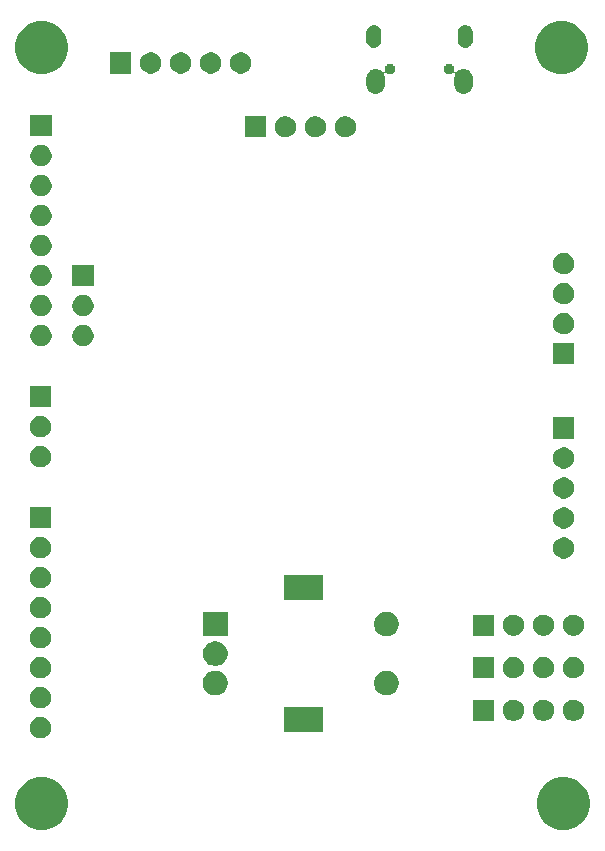
<source format=gbr>
G04 #@! TF.GenerationSoftware,KiCad,Pcbnew,(5.1.5)-2*
G04 #@! TF.CreationDate,2020-06-11T12:49:33+08:00*
G04 #@! TF.ProjectId,Bonjour STM32,426f6e6a-6f75-4722-9053-544d33322e6b,rev?*
G04 #@! TF.SameCoordinates,Original*
G04 #@! TF.FileFunction,Soldermask,Bot*
G04 #@! TF.FilePolarity,Negative*
%FSLAX46Y46*%
G04 Gerber Fmt 4.6, Leading zero omitted, Abs format (unit mm)*
G04 Created by KiCad (PCBNEW (5.1.5)-2) date 2020-06-11 12:49:33*
%MOMM*%
%LPD*%
G04 APERTURE LIST*
%ADD10C,0.100000*%
G04 APERTURE END LIST*
D10*
G36*
X207442606Y-114759776D02*
G01*
X207823319Y-114835504D01*
X208232975Y-115005189D01*
X208601655Y-115251534D01*
X208915192Y-115565071D01*
X209161537Y-115933751D01*
X209331222Y-116343407D01*
X209417726Y-116778296D01*
X209417726Y-117221704D01*
X209331222Y-117656593D01*
X209161537Y-118066249D01*
X208915192Y-118434929D01*
X208601655Y-118748466D01*
X208232975Y-118994811D01*
X207823319Y-119164496D01*
X207442606Y-119240224D01*
X207388431Y-119251000D01*
X206945021Y-119251000D01*
X206890846Y-119240224D01*
X206510133Y-119164496D01*
X206100477Y-118994811D01*
X205731797Y-118748466D01*
X205418260Y-118434929D01*
X205171915Y-118066249D01*
X205002230Y-117656593D01*
X204915726Y-117221704D01*
X204915726Y-116778296D01*
X205002230Y-116343407D01*
X205171915Y-115933751D01*
X205418260Y-115565071D01*
X205731797Y-115251534D01*
X206100477Y-115005189D01*
X206510133Y-114835504D01*
X206890846Y-114759776D01*
X206945021Y-114749000D01*
X207388431Y-114749000D01*
X207442606Y-114759776D01*
G37*
G36*
X163275880Y-114759776D02*
G01*
X163656593Y-114835504D01*
X164066249Y-115005189D01*
X164434929Y-115251534D01*
X164748466Y-115565071D01*
X164994811Y-115933751D01*
X165164496Y-116343407D01*
X165251000Y-116778296D01*
X165251000Y-117221704D01*
X165164496Y-117656593D01*
X164994811Y-118066249D01*
X164748466Y-118434929D01*
X164434929Y-118748466D01*
X164066249Y-118994811D01*
X163656593Y-119164496D01*
X163275880Y-119240224D01*
X163221705Y-119251000D01*
X162778295Y-119251000D01*
X162724120Y-119240224D01*
X162343407Y-119164496D01*
X161933751Y-118994811D01*
X161565071Y-118748466D01*
X161251534Y-118434929D01*
X161005189Y-118066249D01*
X160835504Y-117656593D01*
X160749000Y-117221704D01*
X160749000Y-116778296D01*
X160835504Y-116343407D01*
X161005189Y-115933751D01*
X161251534Y-115565071D01*
X161565071Y-115251534D01*
X161933751Y-115005189D01*
X162343407Y-114835504D01*
X162724120Y-114759776D01*
X162778295Y-114749000D01*
X163221705Y-114749000D01*
X163275880Y-114759776D01*
G37*
G36*
X163013512Y-109683927D02*
G01*
X163162812Y-109713624D01*
X163326784Y-109781544D01*
X163474354Y-109880147D01*
X163599853Y-110005646D01*
X163698456Y-110153216D01*
X163766376Y-110317188D01*
X163801000Y-110491259D01*
X163801000Y-110668741D01*
X163766376Y-110842812D01*
X163698456Y-111006784D01*
X163599853Y-111154354D01*
X163474354Y-111279853D01*
X163326784Y-111378456D01*
X163162812Y-111446376D01*
X163013512Y-111476073D01*
X162988742Y-111481000D01*
X162811258Y-111481000D01*
X162786488Y-111476073D01*
X162637188Y-111446376D01*
X162473216Y-111378456D01*
X162325646Y-111279853D01*
X162200147Y-111154354D01*
X162101544Y-111006784D01*
X162033624Y-110842812D01*
X161999000Y-110668741D01*
X161999000Y-110491259D01*
X162033624Y-110317188D01*
X162101544Y-110153216D01*
X162200147Y-110005646D01*
X162325646Y-109880147D01*
X162473216Y-109781544D01*
X162637188Y-109713624D01*
X162786488Y-109683927D01*
X162811258Y-109679000D01*
X162988742Y-109679000D01*
X163013512Y-109683927D01*
G37*
G36*
X186851000Y-110951000D02*
G01*
X183549000Y-110951000D01*
X183549000Y-108849000D01*
X186851000Y-108849000D01*
X186851000Y-110951000D01*
G37*
G36*
X201301000Y-110001000D02*
G01*
X199499000Y-110001000D01*
X199499000Y-108199000D01*
X201301000Y-108199000D01*
X201301000Y-110001000D01*
G37*
G36*
X203053512Y-108203927D02*
G01*
X203202812Y-108233624D01*
X203366784Y-108301544D01*
X203514354Y-108400147D01*
X203639853Y-108525646D01*
X203738456Y-108673216D01*
X203806376Y-108837188D01*
X203841000Y-109011259D01*
X203841000Y-109188741D01*
X203806376Y-109362812D01*
X203738456Y-109526784D01*
X203639853Y-109674354D01*
X203514354Y-109799853D01*
X203366784Y-109898456D01*
X203202812Y-109966376D01*
X203053512Y-109996073D01*
X203028742Y-110001000D01*
X202851258Y-110001000D01*
X202826488Y-109996073D01*
X202677188Y-109966376D01*
X202513216Y-109898456D01*
X202365646Y-109799853D01*
X202240147Y-109674354D01*
X202141544Y-109526784D01*
X202073624Y-109362812D01*
X202039000Y-109188741D01*
X202039000Y-109011259D01*
X202073624Y-108837188D01*
X202141544Y-108673216D01*
X202240147Y-108525646D01*
X202365646Y-108400147D01*
X202513216Y-108301544D01*
X202677188Y-108233624D01*
X202826488Y-108203927D01*
X202851258Y-108199000D01*
X203028742Y-108199000D01*
X203053512Y-108203927D01*
G37*
G36*
X205593512Y-108203927D02*
G01*
X205742812Y-108233624D01*
X205906784Y-108301544D01*
X206054354Y-108400147D01*
X206179853Y-108525646D01*
X206278456Y-108673216D01*
X206346376Y-108837188D01*
X206381000Y-109011259D01*
X206381000Y-109188741D01*
X206346376Y-109362812D01*
X206278456Y-109526784D01*
X206179853Y-109674354D01*
X206054354Y-109799853D01*
X205906784Y-109898456D01*
X205742812Y-109966376D01*
X205593512Y-109996073D01*
X205568742Y-110001000D01*
X205391258Y-110001000D01*
X205366488Y-109996073D01*
X205217188Y-109966376D01*
X205053216Y-109898456D01*
X204905646Y-109799853D01*
X204780147Y-109674354D01*
X204681544Y-109526784D01*
X204613624Y-109362812D01*
X204579000Y-109188741D01*
X204579000Y-109011259D01*
X204613624Y-108837188D01*
X204681544Y-108673216D01*
X204780147Y-108525646D01*
X204905646Y-108400147D01*
X205053216Y-108301544D01*
X205217188Y-108233624D01*
X205366488Y-108203927D01*
X205391258Y-108199000D01*
X205568742Y-108199000D01*
X205593512Y-108203927D01*
G37*
G36*
X208133512Y-108203927D02*
G01*
X208282812Y-108233624D01*
X208446784Y-108301544D01*
X208594354Y-108400147D01*
X208719853Y-108525646D01*
X208818456Y-108673216D01*
X208886376Y-108837188D01*
X208921000Y-109011259D01*
X208921000Y-109188741D01*
X208886376Y-109362812D01*
X208818456Y-109526784D01*
X208719853Y-109674354D01*
X208594354Y-109799853D01*
X208446784Y-109898456D01*
X208282812Y-109966376D01*
X208133512Y-109996073D01*
X208108742Y-110001000D01*
X207931258Y-110001000D01*
X207906488Y-109996073D01*
X207757188Y-109966376D01*
X207593216Y-109898456D01*
X207445646Y-109799853D01*
X207320147Y-109674354D01*
X207221544Y-109526784D01*
X207153624Y-109362812D01*
X207119000Y-109188741D01*
X207119000Y-109011259D01*
X207153624Y-108837188D01*
X207221544Y-108673216D01*
X207320147Y-108525646D01*
X207445646Y-108400147D01*
X207593216Y-108301544D01*
X207757188Y-108233624D01*
X207906488Y-108203927D01*
X207931258Y-108199000D01*
X208108742Y-108199000D01*
X208133512Y-108203927D01*
G37*
G36*
X163013512Y-107143927D02*
G01*
X163162812Y-107173624D01*
X163326784Y-107241544D01*
X163474354Y-107340147D01*
X163599853Y-107465646D01*
X163698456Y-107613216D01*
X163766376Y-107777188D01*
X163801000Y-107951259D01*
X163801000Y-108128741D01*
X163766376Y-108302812D01*
X163698456Y-108466784D01*
X163599853Y-108614354D01*
X163474354Y-108739853D01*
X163326784Y-108838456D01*
X163162812Y-108906376D01*
X163013512Y-108936073D01*
X162988742Y-108941000D01*
X162811258Y-108941000D01*
X162786488Y-108936073D01*
X162637188Y-108906376D01*
X162473216Y-108838456D01*
X162325646Y-108739853D01*
X162200147Y-108614354D01*
X162101544Y-108466784D01*
X162033624Y-108302812D01*
X161999000Y-108128741D01*
X161999000Y-107951259D01*
X162033624Y-107777188D01*
X162101544Y-107613216D01*
X162200147Y-107465646D01*
X162325646Y-107340147D01*
X162473216Y-107241544D01*
X162637188Y-107173624D01*
X162786488Y-107143927D01*
X162811258Y-107139000D01*
X162988742Y-107139000D01*
X163013512Y-107143927D01*
G37*
G36*
X178006564Y-105789389D02*
G01*
X178197833Y-105868615D01*
X178197835Y-105868616D01*
X178369973Y-105983635D01*
X178516365Y-106130027D01*
X178628906Y-106298456D01*
X178631385Y-106302167D01*
X178710611Y-106493436D01*
X178751000Y-106696484D01*
X178751000Y-106903516D01*
X178710611Y-107106564D01*
X178631385Y-107297833D01*
X178631384Y-107297835D01*
X178516365Y-107469973D01*
X178369973Y-107616365D01*
X178197835Y-107731384D01*
X178197834Y-107731385D01*
X178197833Y-107731385D01*
X178006564Y-107810611D01*
X177803516Y-107851000D01*
X177596484Y-107851000D01*
X177393436Y-107810611D01*
X177202167Y-107731385D01*
X177202166Y-107731385D01*
X177202165Y-107731384D01*
X177030027Y-107616365D01*
X176883635Y-107469973D01*
X176768616Y-107297835D01*
X176768615Y-107297833D01*
X176689389Y-107106564D01*
X176649000Y-106903516D01*
X176649000Y-106696484D01*
X176689389Y-106493436D01*
X176768615Y-106302167D01*
X176771095Y-106298456D01*
X176883635Y-106130027D01*
X177030027Y-105983635D01*
X177202165Y-105868616D01*
X177202167Y-105868615D01*
X177393436Y-105789389D01*
X177596484Y-105749000D01*
X177803516Y-105749000D01*
X178006564Y-105789389D01*
G37*
G36*
X192506564Y-105789389D02*
G01*
X192697833Y-105868615D01*
X192697835Y-105868616D01*
X192869973Y-105983635D01*
X193016365Y-106130027D01*
X193128906Y-106298456D01*
X193131385Y-106302167D01*
X193210611Y-106493436D01*
X193251000Y-106696484D01*
X193251000Y-106903516D01*
X193210611Y-107106564D01*
X193131385Y-107297833D01*
X193131384Y-107297835D01*
X193016365Y-107469973D01*
X192869973Y-107616365D01*
X192697835Y-107731384D01*
X192697834Y-107731385D01*
X192697833Y-107731385D01*
X192506564Y-107810611D01*
X192303516Y-107851000D01*
X192096484Y-107851000D01*
X191893436Y-107810611D01*
X191702167Y-107731385D01*
X191702166Y-107731385D01*
X191702165Y-107731384D01*
X191530027Y-107616365D01*
X191383635Y-107469973D01*
X191268616Y-107297835D01*
X191268615Y-107297833D01*
X191189389Y-107106564D01*
X191149000Y-106903516D01*
X191149000Y-106696484D01*
X191189389Y-106493436D01*
X191268615Y-106302167D01*
X191271095Y-106298456D01*
X191383635Y-106130027D01*
X191530027Y-105983635D01*
X191702165Y-105868616D01*
X191702167Y-105868615D01*
X191893436Y-105789389D01*
X192096484Y-105749000D01*
X192303516Y-105749000D01*
X192506564Y-105789389D01*
G37*
G36*
X163013512Y-104603927D02*
G01*
X163162812Y-104633624D01*
X163326784Y-104701544D01*
X163474354Y-104800147D01*
X163599853Y-104925646D01*
X163698456Y-105073216D01*
X163766376Y-105237188D01*
X163801000Y-105411259D01*
X163801000Y-105588741D01*
X163766376Y-105762812D01*
X163698456Y-105926784D01*
X163599853Y-106074354D01*
X163474354Y-106199853D01*
X163326784Y-106298456D01*
X163162812Y-106366376D01*
X163013512Y-106396073D01*
X162988742Y-106401000D01*
X162811258Y-106401000D01*
X162786488Y-106396073D01*
X162637188Y-106366376D01*
X162473216Y-106298456D01*
X162325646Y-106199853D01*
X162200147Y-106074354D01*
X162101544Y-105926784D01*
X162033624Y-105762812D01*
X161999000Y-105588741D01*
X161999000Y-105411259D01*
X162033624Y-105237188D01*
X162101544Y-105073216D01*
X162200147Y-104925646D01*
X162325646Y-104800147D01*
X162473216Y-104701544D01*
X162637188Y-104633624D01*
X162786488Y-104603927D01*
X162811258Y-104599000D01*
X162988742Y-104599000D01*
X163013512Y-104603927D01*
G37*
G36*
X201301000Y-106401000D02*
G01*
X199499000Y-106401000D01*
X199499000Y-104599000D01*
X201301000Y-104599000D01*
X201301000Y-106401000D01*
G37*
G36*
X203053512Y-104603927D02*
G01*
X203202812Y-104633624D01*
X203366784Y-104701544D01*
X203514354Y-104800147D01*
X203639853Y-104925646D01*
X203738456Y-105073216D01*
X203806376Y-105237188D01*
X203841000Y-105411259D01*
X203841000Y-105588741D01*
X203806376Y-105762812D01*
X203738456Y-105926784D01*
X203639853Y-106074354D01*
X203514354Y-106199853D01*
X203366784Y-106298456D01*
X203202812Y-106366376D01*
X203053512Y-106396073D01*
X203028742Y-106401000D01*
X202851258Y-106401000D01*
X202826488Y-106396073D01*
X202677188Y-106366376D01*
X202513216Y-106298456D01*
X202365646Y-106199853D01*
X202240147Y-106074354D01*
X202141544Y-105926784D01*
X202073624Y-105762812D01*
X202039000Y-105588741D01*
X202039000Y-105411259D01*
X202073624Y-105237188D01*
X202141544Y-105073216D01*
X202240147Y-104925646D01*
X202365646Y-104800147D01*
X202513216Y-104701544D01*
X202677188Y-104633624D01*
X202826488Y-104603927D01*
X202851258Y-104599000D01*
X203028742Y-104599000D01*
X203053512Y-104603927D01*
G37*
G36*
X205593512Y-104603927D02*
G01*
X205742812Y-104633624D01*
X205906784Y-104701544D01*
X206054354Y-104800147D01*
X206179853Y-104925646D01*
X206278456Y-105073216D01*
X206346376Y-105237188D01*
X206381000Y-105411259D01*
X206381000Y-105588741D01*
X206346376Y-105762812D01*
X206278456Y-105926784D01*
X206179853Y-106074354D01*
X206054354Y-106199853D01*
X205906784Y-106298456D01*
X205742812Y-106366376D01*
X205593512Y-106396073D01*
X205568742Y-106401000D01*
X205391258Y-106401000D01*
X205366488Y-106396073D01*
X205217188Y-106366376D01*
X205053216Y-106298456D01*
X204905646Y-106199853D01*
X204780147Y-106074354D01*
X204681544Y-105926784D01*
X204613624Y-105762812D01*
X204579000Y-105588741D01*
X204579000Y-105411259D01*
X204613624Y-105237188D01*
X204681544Y-105073216D01*
X204780147Y-104925646D01*
X204905646Y-104800147D01*
X205053216Y-104701544D01*
X205217188Y-104633624D01*
X205366488Y-104603927D01*
X205391258Y-104599000D01*
X205568742Y-104599000D01*
X205593512Y-104603927D01*
G37*
G36*
X208133512Y-104603927D02*
G01*
X208282812Y-104633624D01*
X208446784Y-104701544D01*
X208594354Y-104800147D01*
X208719853Y-104925646D01*
X208818456Y-105073216D01*
X208886376Y-105237188D01*
X208921000Y-105411259D01*
X208921000Y-105588741D01*
X208886376Y-105762812D01*
X208818456Y-105926784D01*
X208719853Y-106074354D01*
X208594354Y-106199853D01*
X208446784Y-106298456D01*
X208282812Y-106366376D01*
X208133512Y-106396073D01*
X208108742Y-106401000D01*
X207931258Y-106401000D01*
X207906488Y-106396073D01*
X207757188Y-106366376D01*
X207593216Y-106298456D01*
X207445646Y-106199853D01*
X207320147Y-106074354D01*
X207221544Y-105926784D01*
X207153624Y-105762812D01*
X207119000Y-105588741D01*
X207119000Y-105411259D01*
X207153624Y-105237188D01*
X207221544Y-105073216D01*
X207320147Y-104925646D01*
X207445646Y-104800147D01*
X207593216Y-104701544D01*
X207757188Y-104633624D01*
X207906488Y-104603927D01*
X207931258Y-104599000D01*
X208108742Y-104599000D01*
X208133512Y-104603927D01*
G37*
G36*
X178006564Y-103289389D02*
G01*
X178197833Y-103368615D01*
X178197835Y-103368616D01*
X178369973Y-103483635D01*
X178516365Y-103630027D01*
X178602179Y-103758456D01*
X178631385Y-103802167D01*
X178710611Y-103993436D01*
X178751000Y-104196484D01*
X178751000Y-104403516D01*
X178710611Y-104606564D01*
X178671269Y-104701544D01*
X178631384Y-104797835D01*
X178516365Y-104969973D01*
X178369973Y-105116365D01*
X178197835Y-105231384D01*
X178197834Y-105231385D01*
X178197833Y-105231385D01*
X178006564Y-105310611D01*
X177803516Y-105351000D01*
X177596484Y-105351000D01*
X177393436Y-105310611D01*
X177202167Y-105231385D01*
X177202166Y-105231385D01*
X177202165Y-105231384D01*
X177030027Y-105116365D01*
X176883635Y-104969973D01*
X176768616Y-104797835D01*
X176728731Y-104701544D01*
X176689389Y-104606564D01*
X176649000Y-104403516D01*
X176649000Y-104196484D01*
X176689389Y-103993436D01*
X176768615Y-103802167D01*
X176797822Y-103758456D01*
X176883635Y-103630027D01*
X177030027Y-103483635D01*
X177202165Y-103368616D01*
X177202167Y-103368615D01*
X177393436Y-103289389D01*
X177596484Y-103249000D01*
X177803516Y-103249000D01*
X178006564Y-103289389D01*
G37*
G36*
X163013512Y-102063927D02*
G01*
X163162812Y-102093624D01*
X163326784Y-102161544D01*
X163474354Y-102260147D01*
X163599853Y-102385646D01*
X163698456Y-102533216D01*
X163766376Y-102697188D01*
X163801000Y-102871259D01*
X163801000Y-103048741D01*
X163766376Y-103222812D01*
X163698456Y-103386784D01*
X163599853Y-103534354D01*
X163474354Y-103659853D01*
X163326784Y-103758456D01*
X163162812Y-103826376D01*
X163013512Y-103856073D01*
X162988742Y-103861000D01*
X162811258Y-103861000D01*
X162786488Y-103856073D01*
X162637188Y-103826376D01*
X162473216Y-103758456D01*
X162325646Y-103659853D01*
X162200147Y-103534354D01*
X162101544Y-103386784D01*
X162033624Y-103222812D01*
X161999000Y-103048741D01*
X161999000Y-102871259D01*
X162033624Y-102697188D01*
X162101544Y-102533216D01*
X162200147Y-102385646D01*
X162325646Y-102260147D01*
X162473216Y-102161544D01*
X162637188Y-102093624D01*
X162786488Y-102063927D01*
X162811258Y-102059000D01*
X162988742Y-102059000D01*
X163013512Y-102063927D01*
G37*
G36*
X192506564Y-100789389D02*
G01*
X192697833Y-100868615D01*
X192697835Y-100868616D01*
X192869973Y-100983635D01*
X193016365Y-101130027D01*
X193131385Y-101302167D01*
X193210611Y-101493436D01*
X193251000Y-101696484D01*
X193251000Y-101903516D01*
X193210611Y-102106564D01*
X193131385Y-102297833D01*
X193131384Y-102297835D01*
X193016365Y-102469973D01*
X192869973Y-102616365D01*
X192697835Y-102731384D01*
X192697834Y-102731385D01*
X192697833Y-102731385D01*
X192506564Y-102810611D01*
X192303516Y-102851000D01*
X192096484Y-102851000D01*
X191893436Y-102810611D01*
X191702167Y-102731385D01*
X191702166Y-102731385D01*
X191702165Y-102731384D01*
X191530027Y-102616365D01*
X191383635Y-102469973D01*
X191268616Y-102297835D01*
X191268615Y-102297833D01*
X191189389Y-102106564D01*
X191149000Y-101903516D01*
X191149000Y-101696484D01*
X191189389Y-101493436D01*
X191268615Y-101302167D01*
X191383635Y-101130027D01*
X191530027Y-100983635D01*
X191702165Y-100868616D01*
X191702167Y-100868615D01*
X191893436Y-100789389D01*
X192096484Y-100749000D01*
X192303516Y-100749000D01*
X192506564Y-100789389D01*
G37*
G36*
X178751000Y-102851000D02*
G01*
X176649000Y-102851000D01*
X176649000Y-100749000D01*
X178751000Y-100749000D01*
X178751000Y-102851000D01*
G37*
G36*
X208133512Y-101003927D02*
G01*
X208282812Y-101033624D01*
X208446784Y-101101544D01*
X208594354Y-101200147D01*
X208719853Y-101325646D01*
X208818456Y-101473216D01*
X208886376Y-101637188D01*
X208921000Y-101811259D01*
X208921000Y-101988741D01*
X208886376Y-102162812D01*
X208818456Y-102326784D01*
X208719853Y-102474354D01*
X208594354Y-102599853D01*
X208446784Y-102698456D01*
X208282812Y-102766376D01*
X208133512Y-102796073D01*
X208108742Y-102801000D01*
X207931258Y-102801000D01*
X207906488Y-102796073D01*
X207757188Y-102766376D01*
X207593216Y-102698456D01*
X207445646Y-102599853D01*
X207320147Y-102474354D01*
X207221544Y-102326784D01*
X207153624Y-102162812D01*
X207119000Y-101988741D01*
X207119000Y-101811259D01*
X207153624Y-101637188D01*
X207221544Y-101473216D01*
X207320147Y-101325646D01*
X207445646Y-101200147D01*
X207593216Y-101101544D01*
X207757188Y-101033624D01*
X207906488Y-101003927D01*
X207931258Y-100999000D01*
X208108742Y-100999000D01*
X208133512Y-101003927D01*
G37*
G36*
X205593512Y-101003927D02*
G01*
X205742812Y-101033624D01*
X205906784Y-101101544D01*
X206054354Y-101200147D01*
X206179853Y-101325646D01*
X206278456Y-101473216D01*
X206346376Y-101637188D01*
X206381000Y-101811259D01*
X206381000Y-101988741D01*
X206346376Y-102162812D01*
X206278456Y-102326784D01*
X206179853Y-102474354D01*
X206054354Y-102599853D01*
X205906784Y-102698456D01*
X205742812Y-102766376D01*
X205593512Y-102796073D01*
X205568742Y-102801000D01*
X205391258Y-102801000D01*
X205366488Y-102796073D01*
X205217188Y-102766376D01*
X205053216Y-102698456D01*
X204905646Y-102599853D01*
X204780147Y-102474354D01*
X204681544Y-102326784D01*
X204613624Y-102162812D01*
X204579000Y-101988741D01*
X204579000Y-101811259D01*
X204613624Y-101637188D01*
X204681544Y-101473216D01*
X204780147Y-101325646D01*
X204905646Y-101200147D01*
X205053216Y-101101544D01*
X205217188Y-101033624D01*
X205366488Y-101003927D01*
X205391258Y-100999000D01*
X205568742Y-100999000D01*
X205593512Y-101003927D01*
G37*
G36*
X201301000Y-102801000D02*
G01*
X199499000Y-102801000D01*
X199499000Y-100999000D01*
X201301000Y-100999000D01*
X201301000Y-102801000D01*
G37*
G36*
X203053512Y-101003927D02*
G01*
X203202812Y-101033624D01*
X203366784Y-101101544D01*
X203514354Y-101200147D01*
X203639853Y-101325646D01*
X203738456Y-101473216D01*
X203806376Y-101637188D01*
X203841000Y-101811259D01*
X203841000Y-101988741D01*
X203806376Y-102162812D01*
X203738456Y-102326784D01*
X203639853Y-102474354D01*
X203514354Y-102599853D01*
X203366784Y-102698456D01*
X203202812Y-102766376D01*
X203053512Y-102796073D01*
X203028742Y-102801000D01*
X202851258Y-102801000D01*
X202826488Y-102796073D01*
X202677188Y-102766376D01*
X202513216Y-102698456D01*
X202365646Y-102599853D01*
X202240147Y-102474354D01*
X202141544Y-102326784D01*
X202073624Y-102162812D01*
X202039000Y-101988741D01*
X202039000Y-101811259D01*
X202073624Y-101637188D01*
X202141544Y-101473216D01*
X202240147Y-101325646D01*
X202365646Y-101200147D01*
X202513216Y-101101544D01*
X202677188Y-101033624D01*
X202826488Y-101003927D01*
X202851258Y-100999000D01*
X203028742Y-100999000D01*
X203053512Y-101003927D01*
G37*
G36*
X163013512Y-99523927D02*
G01*
X163162812Y-99553624D01*
X163326784Y-99621544D01*
X163474354Y-99720147D01*
X163599853Y-99845646D01*
X163698456Y-99993216D01*
X163766376Y-100157188D01*
X163801000Y-100331259D01*
X163801000Y-100508741D01*
X163766376Y-100682812D01*
X163698456Y-100846784D01*
X163599853Y-100994354D01*
X163474354Y-101119853D01*
X163326784Y-101218456D01*
X163162812Y-101286376D01*
X163013512Y-101316073D01*
X162988742Y-101321000D01*
X162811258Y-101321000D01*
X162786488Y-101316073D01*
X162637188Y-101286376D01*
X162473216Y-101218456D01*
X162325646Y-101119853D01*
X162200147Y-100994354D01*
X162101544Y-100846784D01*
X162033624Y-100682812D01*
X161999000Y-100508741D01*
X161999000Y-100331259D01*
X162033624Y-100157188D01*
X162101544Y-99993216D01*
X162200147Y-99845646D01*
X162325646Y-99720147D01*
X162473216Y-99621544D01*
X162637188Y-99553624D01*
X162786488Y-99523927D01*
X162811258Y-99519000D01*
X162988742Y-99519000D01*
X163013512Y-99523927D01*
G37*
G36*
X186851000Y-99751000D02*
G01*
X183549000Y-99751000D01*
X183549000Y-97649000D01*
X186851000Y-97649000D01*
X186851000Y-99751000D01*
G37*
G36*
X163013512Y-96983927D02*
G01*
X163162812Y-97013624D01*
X163326784Y-97081544D01*
X163474354Y-97180147D01*
X163599853Y-97305646D01*
X163698456Y-97453216D01*
X163766376Y-97617188D01*
X163801000Y-97791259D01*
X163801000Y-97968741D01*
X163766376Y-98142812D01*
X163698456Y-98306784D01*
X163599853Y-98454354D01*
X163474354Y-98579853D01*
X163326784Y-98678456D01*
X163162812Y-98746376D01*
X163013512Y-98776073D01*
X162988742Y-98781000D01*
X162811258Y-98781000D01*
X162786488Y-98776073D01*
X162637188Y-98746376D01*
X162473216Y-98678456D01*
X162325646Y-98579853D01*
X162200147Y-98454354D01*
X162101544Y-98306784D01*
X162033624Y-98142812D01*
X161999000Y-97968741D01*
X161999000Y-97791259D01*
X162033624Y-97617188D01*
X162101544Y-97453216D01*
X162200147Y-97305646D01*
X162325646Y-97180147D01*
X162473216Y-97081544D01*
X162637188Y-97013624D01*
X162786488Y-96983927D01*
X162811258Y-96979000D01*
X162988742Y-96979000D01*
X163013512Y-96983927D01*
G37*
G36*
X207313512Y-94463927D02*
G01*
X207462812Y-94493624D01*
X207626784Y-94561544D01*
X207774354Y-94660147D01*
X207899853Y-94785646D01*
X207998456Y-94933216D01*
X208066376Y-95097188D01*
X208101000Y-95271259D01*
X208101000Y-95448741D01*
X208066376Y-95622812D01*
X207998456Y-95786784D01*
X207899853Y-95934354D01*
X207774354Y-96059853D01*
X207626784Y-96158456D01*
X207462812Y-96226376D01*
X207313512Y-96256073D01*
X207288742Y-96261000D01*
X207111258Y-96261000D01*
X207086488Y-96256073D01*
X206937188Y-96226376D01*
X206773216Y-96158456D01*
X206625646Y-96059853D01*
X206500147Y-95934354D01*
X206401544Y-95786784D01*
X206333624Y-95622812D01*
X206299000Y-95448741D01*
X206299000Y-95271259D01*
X206333624Y-95097188D01*
X206401544Y-94933216D01*
X206500147Y-94785646D01*
X206625646Y-94660147D01*
X206773216Y-94561544D01*
X206937188Y-94493624D01*
X207086488Y-94463927D01*
X207111258Y-94459000D01*
X207288742Y-94459000D01*
X207313512Y-94463927D01*
G37*
G36*
X163013512Y-94443927D02*
G01*
X163162812Y-94473624D01*
X163326784Y-94541544D01*
X163474354Y-94640147D01*
X163599853Y-94765646D01*
X163698456Y-94913216D01*
X163766376Y-95077188D01*
X163801000Y-95251259D01*
X163801000Y-95428741D01*
X163766376Y-95602812D01*
X163698456Y-95766784D01*
X163599853Y-95914354D01*
X163474354Y-96039853D01*
X163326784Y-96138456D01*
X163162812Y-96206376D01*
X163013512Y-96236073D01*
X162988742Y-96241000D01*
X162811258Y-96241000D01*
X162786488Y-96236073D01*
X162637188Y-96206376D01*
X162473216Y-96138456D01*
X162325646Y-96039853D01*
X162200147Y-95914354D01*
X162101544Y-95766784D01*
X162033624Y-95602812D01*
X161999000Y-95428741D01*
X161999000Y-95251259D01*
X162033624Y-95077188D01*
X162101544Y-94913216D01*
X162200147Y-94765646D01*
X162325646Y-94640147D01*
X162473216Y-94541544D01*
X162637188Y-94473624D01*
X162786488Y-94443927D01*
X162811258Y-94439000D01*
X162988742Y-94439000D01*
X163013512Y-94443927D01*
G37*
G36*
X207313512Y-91923927D02*
G01*
X207462812Y-91953624D01*
X207626784Y-92021544D01*
X207774354Y-92120147D01*
X207899853Y-92245646D01*
X207998456Y-92393216D01*
X208066376Y-92557188D01*
X208101000Y-92731259D01*
X208101000Y-92908741D01*
X208066376Y-93082812D01*
X207998456Y-93246784D01*
X207899853Y-93394354D01*
X207774354Y-93519853D01*
X207626784Y-93618456D01*
X207462812Y-93686376D01*
X207313512Y-93716073D01*
X207288742Y-93721000D01*
X207111258Y-93721000D01*
X207086488Y-93716073D01*
X206937188Y-93686376D01*
X206773216Y-93618456D01*
X206625646Y-93519853D01*
X206500147Y-93394354D01*
X206401544Y-93246784D01*
X206333624Y-93082812D01*
X206299000Y-92908741D01*
X206299000Y-92731259D01*
X206333624Y-92557188D01*
X206401544Y-92393216D01*
X206500147Y-92245646D01*
X206625646Y-92120147D01*
X206773216Y-92021544D01*
X206937188Y-91953624D01*
X207086488Y-91923927D01*
X207111258Y-91919000D01*
X207288742Y-91919000D01*
X207313512Y-91923927D01*
G37*
G36*
X163801000Y-93701000D02*
G01*
X161999000Y-93701000D01*
X161999000Y-91899000D01*
X163801000Y-91899000D01*
X163801000Y-93701000D01*
G37*
G36*
X207313512Y-89383927D02*
G01*
X207462812Y-89413624D01*
X207626784Y-89481544D01*
X207774354Y-89580147D01*
X207899853Y-89705646D01*
X207998456Y-89853216D01*
X208066376Y-90017188D01*
X208101000Y-90191259D01*
X208101000Y-90368741D01*
X208066376Y-90542812D01*
X207998456Y-90706784D01*
X207899853Y-90854354D01*
X207774354Y-90979853D01*
X207626784Y-91078456D01*
X207462812Y-91146376D01*
X207313512Y-91176073D01*
X207288742Y-91181000D01*
X207111258Y-91181000D01*
X207086488Y-91176073D01*
X206937188Y-91146376D01*
X206773216Y-91078456D01*
X206625646Y-90979853D01*
X206500147Y-90854354D01*
X206401544Y-90706784D01*
X206333624Y-90542812D01*
X206299000Y-90368741D01*
X206299000Y-90191259D01*
X206333624Y-90017188D01*
X206401544Y-89853216D01*
X206500147Y-89705646D01*
X206625646Y-89580147D01*
X206773216Y-89481544D01*
X206937188Y-89413624D01*
X207086488Y-89383927D01*
X207111258Y-89379000D01*
X207288742Y-89379000D01*
X207313512Y-89383927D01*
G37*
G36*
X207313512Y-86843927D02*
G01*
X207462812Y-86873624D01*
X207626784Y-86941544D01*
X207774354Y-87040147D01*
X207899853Y-87165646D01*
X207998456Y-87313216D01*
X208066376Y-87477188D01*
X208101000Y-87651259D01*
X208101000Y-87828741D01*
X208066376Y-88002812D01*
X207998456Y-88166784D01*
X207899853Y-88314354D01*
X207774354Y-88439853D01*
X207626784Y-88538456D01*
X207462812Y-88606376D01*
X207313512Y-88636073D01*
X207288742Y-88641000D01*
X207111258Y-88641000D01*
X207086488Y-88636073D01*
X206937188Y-88606376D01*
X206773216Y-88538456D01*
X206625646Y-88439853D01*
X206500147Y-88314354D01*
X206401544Y-88166784D01*
X206333624Y-88002812D01*
X206299000Y-87828741D01*
X206299000Y-87651259D01*
X206333624Y-87477188D01*
X206401544Y-87313216D01*
X206500147Y-87165646D01*
X206625646Y-87040147D01*
X206773216Y-86941544D01*
X206937188Y-86873624D01*
X207086488Y-86843927D01*
X207111258Y-86839000D01*
X207288742Y-86839000D01*
X207313512Y-86843927D01*
G37*
G36*
X163013512Y-86733927D02*
G01*
X163162812Y-86763624D01*
X163326784Y-86831544D01*
X163474354Y-86930147D01*
X163599853Y-87055646D01*
X163698456Y-87203216D01*
X163766376Y-87367188D01*
X163801000Y-87541259D01*
X163801000Y-87718741D01*
X163766376Y-87892812D01*
X163698456Y-88056784D01*
X163599853Y-88204354D01*
X163474354Y-88329853D01*
X163326784Y-88428456D01*
X163162812Y-88496376D01*
X163013512Y-88526073D01*
X162988742Y-88531000D01*
X162811258Y-88531000D01*
X162786488Y-88526073D01*
X162637188Y-88496376D01*
X162473216Y-88428456D01*
X162325646Y-88329853D01*
X162200147Y-88204354D01*
X162101544Y-88056784D01*
X162033624Y-87892812D01*
X161999000Y-87718741D01*
X161999000Y-87541259D01*
X162033624Y-87367188D01*
X162101544Y-87203216D01*
X162200147Y-87055646D01*
X162325646Y-86930147D01*
X162473216Y-86831544D01*
X162637188Y-86763624D01*
X162786488Y-86733927D01*
X162811258Y-86729000D01*
X162988742Y-86729000D01*
X163013512Y-86733927D01*
G37*
G36*
X208101000Y-86101000D02*
G01*
X206299000Y-86101000D01*
X206299000Y-84299000D01*
X208101000Y-84299000D01*
X208101000Y-86101000D01*
G37*
G36*
X163013512Y-84193927D02*
G01*
X163162812Y-84223624D01*
X163326784Y-84291544D01*
X163474354Y-84390147D01*
X163599853Y-84515646D01*
X163698456Y-84663216D01*
X163766376Y-84827188D01*
X163801000Y-85001259D01*
X163801000Y-85178741D01*
X163766376Y-85352812D01*
X163698456Y-85516784D01*
X163599853Y-85664354D01*
X163474354Y-85789853D01*
X163326784Y-85888456D01*
X163162812Y-85956376D01*
X163013512Y-85986073D01*
X162988742Y-85991000D01*
X162811258Y-85991000D01*
X162786488Y-85986073D01*
X162637188Y-85956376D01*
X162473216Y-85888456D01*
X162325646Y-85789853D01*
X162200147Y-85664354D01*
X162101544Y-85516784D01*
X162033624Y-85352812D01*
X161999000Y-85178741D01*
X161999000Y-85001259D01*
X162033624Y-84827188D01*
X162101544Y-84663216D01*
X162200147Y-84515646D01*
X162325646Y-84390147D01*
X162473216Y-84291544D01*
X162637188Y-84223624D01*
X162786488Y-84193927D01*
X162811258Y-84189000D01*
X162988742Y-84189000D01*
X163013512Y-84193927D01*
G37*
G36*
X163801000Y-83451000D02*
G01*
X161999000Y-83451000D01*
X161999000Y-81649000D01*
X163801000Y-81649000D01*
X163801000Y-83451000D01*
G37*
G36*
X208101000Y-79801000D02*
G01*
X206299000Y-79801000D01*
X206299000Y-77999000D01*
X208101000Y-77999000D01*
X208101000Y-79801000D01*
G37*
G36*
X166613512Y-76483927D02*
G01*
X166762812Y-76513624D01*
X166926784Y-76581544D01*
X167074354Y-76680147D01*
X167199853Y-76805646D01*
X167298456Y-76953216D01*
X167366376Y-77117188D01*
X167401000Y-77291259D01*
X167401000Y-77468741D01*
X167366376Y-77642812D01*
X167298456Y-77806784D01*
X167199853Y-77954354D01*
X167074354Y-78079853D01*
X166926784Y-78178456D01*
X166762812Y-78246376D01*
X166613512Y-78276073D01*
X166588742Y-78281000D01*
X166411258Y-78281000D01*
X166386488Y-78276073D01*
X166237188Y-78246376D01*
X166073216Y-78178456D01*
X165925646Y-78079853D01*
X165800147Y-77954354D01*
X165701544Y-77806784D01*
X165633624Y-77642812D01*
X165599000Y-77468741D01*
X165599000Y-77291259D01*
X165633624Y-77117188D01*
X165701544Y-76953216D01*
X165800147Y-76805646D01*
X165925646Y-76680147D01*
X166073216Y-76581544D01*
X166237188Y-76513624D01*
X166386488Y-76483927D01*
X166411258Y-76479000D01*
X166588742Y-76479000D01*
X166613512Y-76483927D01*
G37*
G36*
X163063512Y-76483927D02*
G01*
X163212812Y-76513624D01*
X163376784Y-76581544D01*
X163524354Y-76680147D01*
X163649853Y-76805646D01*
X163748456Y-76953216D01*
X163816376Y-77117188D01*
X163851000Y-77291259D01*
X163851000Y-77468741D01*
X163816376Y-77642812D01*
X163748456Y-77806784D01*
X163649853Y-77954354D01*
X163524354Y-78079853D01*
X163376784Y-78178456D01*
X163212812Y-78246376D01*
X163063512Y-78276073D01*
X163038742Y-78281000D01*
X162861258Y-78281000D01*
X162836488Y-78276073D01*
X162687188Y-78246376D01*
X162523216Y-78178456D01*
X162375646Y-78079853D01*
X162250147Y-77954354D01*
X162151544Y-77806784D01*
X162083624Y-77642812D01*
X162049000Y-77468741D01*
X162049000Y-77291259D01*
X162083624Y-77117188D01*
X162151544Y-76953216D01*
X162250147Y-76805646D01*
X162375646Y-76680147D01*
X162523216Y-76581544D01*
X162687188Y-76513624D01*
X162836488Y-76483927D01*
X162861258Y-76479000D01*
X163038742Y-76479000D01*
X163063512Y-76483927D01*
G37*
G36*
X207313512Y-75463927D02*
G01*
X207462812Y-75493624D01*
X207626784Y-75561544D01*
X207774354Y-75660147D01*
X207899853Y-75785646D01*
X207998456Y-75933216D01*
X208066376Y-76097188D01*
X208101000Y-76271259D01*
X208101000Y-76448741D01*
X208066376Y-76622812D01*
X207998456Y-76786784D01*
X207899853Y-76934354D01*
X207774354Y-77059853D01*
X207626784Y-77158456D01*
X207462812Y-77226376D01*
X207313512Y-77256073D01*
X207288742Y-77261000D01*
X207111258Y-77261000D01*
X207086488Y-77256073D01*
X206937188Y-77226376D01*
X206773216Y-77158456D01*
X206625646Y-77059853D01*
X206500147Y-76934354D01*
X206401544Y-76786784D01*
X206333624Y-76622812D01*
X206299000Y-76448741D01*
X206299000Y-76271259D01*
X206333624Y-76097188D01*
X206401544Y-75933216D01*
X206500147Y-75785646D01*
X206625646Y-75660147D01*
X206773216Y-75561544D01*
X206937188Y-75493624D01*
X207086488Y-75463927D01*
X207111258Y-75459000D01*
X207288742Y-75459000D01*
X207313512Y-75463927D01*
G37*
G36*
X166613512Y-73943927D02*
G01*
X166762812Y-73973624D01*
X166926784Y-74041544D01*
X167074354Y-74140147D01*
X167199853Y-74265646D01*
X167298456Y-74413216D01*
X167366376Y-74577188D01*
X167401000Y-74751259D01*
X167401000Y-74928741D01*
X167366376Y-75102812D01*
X167298456Y-75266784D01*
X167199853Y-75414354D01*
X167074354Y-75539853D01*
X166926784Y-75638456D01*
X166762812Y-75706376D01*
X166613512Y-75736073D01*
X166588742Y-75741000D01*
X166411258Y-75741000D01*
X166386488Y-75736073D01*
X166237188Y-75706376D01*
X166073216Y-75638456D01*
X165925646Y-75539853D01*
X165800147Y-75414354D01*
X165701544Y-75266784D01*
X165633624Y-75102812D01*
X165599000Y-74928741D01*
X165599000Y-74751259D01*
X165633624Y-74577188D01*
X165701544Y-74413216D01*
X165800147Y-74265646D01*
X165925646Y-74140147D01*
X166073216Y-74041544D01*
X166237188Y-73973624D01*
X166386488Y-73943927D01*
X166411258Y-73939000D01*
X166588742Y-73939000D01*
X166613512Y-73943927D01*
G37*
G36*
X163063512Y-73943927D02*
G01*
X163212812Y-73973624D01*
X163376784Y-74041544D01*
X163524354Y-74140147D01*
X163649853Y-74265646D01*
X163748456Y-74413216D01*
X163816376Y-74577188D01*
X163851000Y-74751259D01*
X163851000Y-74928741D01*
X163816376Y-75102812D01*
X163748456Y-75266784D01*
X163649853Y-75414354D01*
X163524354Y-75539853D01*
X163376784Y-75638456D01*
X163212812Y-75706376D01*
X163063512Y-75736073D01*
X163038742Y-75741000D01*
X162861258Y-75741000D01*
X162836488Y-75736073D01*
X162687188Y-75706376D01*
X162523216Y-75638456D01*
X162375646Y-75539853D01*
X162250147Y-75414354D01*
X162151544Y-75266784D01*
X162083624Y-75102812D01*
X162049000Y-74928741D01*
X162049000Y-74751259D01*
X162083624Y-74577188D01*
X162151544Y-74413216D01*
X162250147Y-74265646D01*
X162375646Y-74140147D01*
X162523216Y-74041544D01*
X162687188Y-73973624D01*
X162836488Y-73943927D01*
X162861258Y-73939000D01*
X163038742Y-73939000D01*
X163063512Y-73943927D01*
G37*
G36*
X207313512Y-72923927D02*
G01*
X207462812Y-72953624D01*
X207626784Y-73021544D01*
X207774354Y-73120147D01*
X207899853Y-73245646D01*
X207998456Y-73393216D01*
X208066376Y-73557188D01*
X208101000Y-73731259D01*
X208101000Y-73908741D01*
X208066376Y-74082812D01*
X207998456Y-74246784D01*
X207899853Y-74394354D01*
X207774354Y-74519853D01*
X207626784Y-74618456D01*
X207462812Y-74686376D01*
X207313512Y-74716073D01*
X207288742Y-74721000D01*
X207111258Y-74721000D01*
X207086488Y-74716073D01*
X206937188Y-74686376D01*
X206773216Y-74618456D01*
X206625646Y-74519853D01*
X206500147Y-74394354D01*
X206401544Y-74246784D01*
X206333624Y-74082812D01*
X206299000Y-73908741D01*
X206299000Y-73731259D01*
X206333624Y-73557188D01*
X206401544Y-73393216D01*
X206500147Y-73245646D01*
X206625646Y-73120147D01*
X206773216Y-73021544D01*
X206937188Y-72953624D01*
X207086488Y-72923927D01*
X207111258Y-72919000D01*
X207288742Y-72919000D01*
X207313512Y-72923927D01*
G37*
G36*
X167401000Y-73201000D02*
G01*
X165599000Y-73201000D01*
X165599000Y-71399000D01*
X167401000Y-71399000D01*
X167401000Y-73201000D01*
G37*
G36*
X163063512Y-71403927D02*
G01*
X163212812Y-71433624D01*
X163376784Y-71501544D01*
X163524354Y-71600147D01*
X163649853Y-71725646D01*
X163748456Y-71873216D01*
X163816376Y-72037188D01*
X163851000Y-72211259D01*
X163851000Y-72388741D01*
X163816376Y-72562812D01*
X163748456Y-72726784D01*
X163649853Y-72874354D01*
X163524354Y-72999853D01*
X163376784Y-73098456D01*
X163212812Y-73166376D01*
X163063512Y-73196073D01*
X163038742Y-73201000D01*
X162861258Y-73201000D01*
X162836488Y-73196073D01*
X162687188Y-73166376D01*
X162523216Y-73098456D01*
X162375646Y-72999853D01*
X162250147Y-72874354D01*
X162151544Y-72726784D01*
X162083624Y-72562812D01*
X162049000Y-72388741D01*
X162049000Y-72211259D01*
X162083624Y-72037188D01*
X162151544Y-71873216D01*
X162250147Y-71725646D01*
X162375646Y-71600147D01*
X162523216Y-71501544D01*
X162687188Y-71433624D01*
X162836488Y-71403927D01*
X162861258Y-71399000D01*
X163038742Y-71399000D01*
X163063512Y-71403927D01*
G37*
G36*
X207313512Y-70383927D02*
G01*
X207462812Y-70413624D01*
X207626784Y-70481544D01*
X207774354Y-70580147D01*
X207899853Y-70705646D01*
X207998456Y-70853216D01*
X208066376Y-71017188D01*
X208101000Y-71191259D01*
X208101000Y-71368741D01*
X208066376Y-71542812D01*
X207998456Y-71706784D01*
X207899853Y-71854354D01*
X207774354Y-71979853D01*
X207626784Y-72078456D01*
X207462812Y-72146376D01*
X207313512Y-72176073D01*
X207288742Y-72181000D01*
X207111258Y-72181000D01*
X207086488Y-72176073D01*
X206937188Y-72146376D01*
X206773216Y-72078456D01*
X206625646Y-71979853D01*
X206500147Y-71854354D01*
X206401544Y-71706784D01*
X206333624Y-71542812D01*
X206299000Y-71368741D01*
X206299000Y-71191259D01*
X206333624Y-71017188D01*
X206401544Y-70853216D01*
X206500147Y-70705646D01*
X206625646Y-70580147D01*
X206773216Y-70481544D01*
X206937188Y-70413624D01*
X207086488Y-70383927D01*
X207111258Y-70379000D01*
X207288742Y-70379000D01*
X207313512Y-70383927D01*
G37*
G36*
X163063512Y-68863927D02*
G01*
X163212812Y-68893624D01*
X163376784Y-68961544D01*
X163524354Y-69060147D01*
X163649853Y-69185646D01*
X163748456Y-69333216D01*
X163816376Y-69497188D01*
X163851000Y-69671259D01*
X163851000Y-69848741D01*
X163816376Y-70022812D01*
X163748456Y-70186784D01*
X163649853Y-70334354D01*
X163524354Y-70459853D01*
X163376784Y-70558456D01*
X163212812Y-70626376D01*
X163063512Y-70656073D01*
X163038742Y-70661000D01*
X162861258Y-70661000D01*
X162836488Y-70656073D01*
X162687188Y-70626376D01*
X162523216Y-70558456D01*
X162375646Y-70459853D01*
X162250147Y-70334354D01*
X162151544Y-70186784D01*
X162083624Y-70022812D01*
X162049000Y-69848741D01*
X162049000Y-69671259D01*
X162083624Y-69497188D01*
X162151544Y-69333216D01*
X162250147Y-69185646D01*
X162375646Y-69060147D01*
X162523216Y-68961544D01*
X162687188Y-68893624D01*
X162836488Y-68863927D01*
X162861258Y-68859000D01*
X163038742Y-68859000D01*
X163063512Y-68863927D01*
G37*
G36*
X163063512Y-66323927D02*
G01*
X163212812Y-66353624D01*
X163376784Y-66421544D01*
X163524354Y-66520147D01*
X163649853Y-66645646D01*
X163748456Y-66793216D01*
X163816376Y-66957188D01*
X163851000Y-67131259D01*
X163851000Y-67308741D01*
X163816376Y-67482812D01*
X163748456Y-67646784D01*
X163649853Y-67794354D01*
X163524354Y-67919853D01*
X163376784Y-68018456D01*
X163212812Y-68086376D01*
X163063512Y-68116073D01*
X163038742Y-68121000D01*
X162861258Y-68121000D01*
X162836488Y-68116073D01*
X162687188Y-68086376D01*
X162523216Y-68018456D01*
X162375646Y-67919853D01*
X162250147Y-67794354D01*
X162151544Y-67646784D01*
X162083624Y-67482812D01*
X162049000Y-67308741D01*
X162049000Y-67131259D01*
X162083624Y-66957188D01*
X162151544Y-66793216D01*
X162250147Y-66645646D01*
X162375646Y-66520147D01*
X162523216Y-66421544D01*
X162687188Y-66353624D01*
X162836488Y-66323927D01*
X162861258Y-66319000D01*
X163038742Y-66319000D01*
X163063512Y-66323927D01*
G37*
G36*
X163063512Y-63783927D02*
G01*
X163212812Y-63813624D01*
X163376784Y-63881544D01*
X163524354Y-63980147D01*
X163649853Y-64105646D01*
X163748456Y-64253216D01*
X163816376Y-64417188D01*
X163851000Y-64591259D01*
X163851000Y-64768741D01*
X163816376Y-64942812D01*
X163748456Y-65106784D01*
X163649853Y-65254354D01*
X163524354Y-65379853D01*
X163376784Y-65478456D01*
X163212812Y-65546376D01*
X163063512Y-65576073D01*
X163038742Y-65581000D01*
X162861258Y-65581000D01*
X162836488Y-65576073D01*
X162687188Y-65546376D01*
X162523216Y-65478456D01*
X162375646Y-65379853D01*
X162250147Y-65254354D01*
X162151544Y-65106784D01*
X162083624Y-64942812D01*
X162049000Y-64768741D01*
X162049000Y-64591259D01*
X162083624Y-64417188D01*
X162151544Y-64253216D01*
X162250147Y-64105646D01*
X162375646Y-63980147D01*
X162523216Y-63881544D01*
X162687188Y-63813624D01*
X162836488Y-63783927D01*
X162861258Y-63779000D01*
X163038742Y-63779000D01*
X163063512Y-63783927D01*
G37*
G36*
X163063512Y-61243927D02*
G01*
X163212812Y-61273624D01*
X163376784Y-61341544D01*
X163524354Y-61440147D01*
X163649853Y-61565646D01*
X163748456Y-61713216D01*
X163816376Y-61877188D01*
X163851000Y-62051259D01*
X163851000Y-62228741D01*
X163816376Y-62402812D01*
X163748456Y-62566784D01*
X163649853Y-62714354D01*
X163524354Y-62839853D01*
X163376784Y-62938456D01*
X163212812Y-63006376D01*
X163063512Y-63036073D01*
X163038742Y-63041000D01*
X162861258Y-63041000D01*
X162836488Y-63036073D01*
X162687188Y-63006376D01*
X162523216Y-62938456D01*
X162375646Y-62839853D01*
X162250147Y-62714354D01*
X162151544Y-62566784D01*
X162083624Y-62402812D01*
X162049000Y-62228741D01*
X162049000Y-62051259D01*
X162083624Y-61877188D01*
X162151544Y-61713216D01*
X162250147Y-61565646D01*
X162375646Y-61440147D01*
X162523216Y-61341544D01*
X162687188Y-61273624D01*
X162836488Y-61243927D01*
X162861258Y-61239000D01*
X163038742Y-61239000D01*
X163063512Y-61243927D01*
G37*
G36*
X186293512Y-58803927D02*
G01*
X186442812Y-58833624D01*
X186606784Y-58901544D01*
X186754354Y-59000147D01*
X186879853Y-59125646D01*
X186978456Y-59273216D01*
X187046376Y-59437188D01*
X187081000Y-59611259D01*
X187081000Y-59788741D01*
X187046376Y-59962812D01*
X186978456Y-60126784D01*
X186879853Y-60274354D01*
X186754354Y-60399853D01*
X186606784Y-60498456D01*
X186442812Y-60566376D01*
X186293512Y-60596073D01*
X186268742Y-60601000D01*
X186091258Y-60601000D01*
X186066488Y-60596073D01*
X185917188Y-60566376D01*
X185753216Y-60498456D01*
X185605646Y-60399853D01*
X185480147Y-60274354D01*
X185381544Y-60126784D01*
X185313624Y-59962812D01*
X185279000Y-59788741D01*
X185279000Y-59611259D01*
X185313624Y-59437188D01*
X185381544Y-59273216D01*
X185480147Y-59125646D01*
X185605646Y-59000147D01*
X185753216Y-58901544D01*
X185917188Y-58833624D01*
X186066488Y-58803927D01*
X186091258Y-58799000D01*
X186268742Y-58799000D01*
X186293512Y-58803927D01*
G37*
G36*
X183753512Y-58803927D02*
G01*
X183902812Y-58833624D01*
X184066784Y-58901544D01*
X184214354Y-59000147D01*
X184339853Y-59125646D01*
X184438456Y-59273216D01*
X184506376Y-59437188D01*
X184541000Y-59611259D01*
X184541000Y-59788741D01*
X184506376Y-59962812D01*
X184438456Y-60126784D01*
X184339853Y-60274354D01*
X184214354Y-60399853D01*
X184066784Y-60498456D01*
X183902812Y-60566376D01*
X183753512Y-60596073D01*
X183728742Y-60601000D01*
X183551258Y-60601000D01*
X183526488Y-60596073D01*
X183377188Y-60566376D01*
X183213216Y-60498456D01*
X183065646Y-60399853D01*
X182940147Y-60274354D01*
X182841544Y-60126784D01*
X182773624Y-59962812D01*
X182739000Y-59788741D01*
X182739000Y-59611259D01*
X182773624Y-59437188D01*
X182841544Y-59273216D01*
X182940147Y-59125646D01*
X183065646Y-59000147D01*
X183213216Y-58901544D01*
X183377188Y-58833624D01*
X183526488Y-58803927D01*
X183551258Y-58799000D01*
X183728742Y-58799000D01*
X183753512Y-58803927D01*
G37*
G36*
X188833512Y-58803927D02*
G01*
X188982812Y-58833624D01*
X189146784Y-58901544D01*
X189294354Y-59000147D01*
X189419853Y-59125646D01*
X189518456Y-59273216D01*
X189586376Y-59437188D01*
X189621000Y-59611259D01*
X189621000Y-59788741D01*
X189586376Y-59962812D01*
X189518456Y-60126784D01*
X189419853Y-60274354D01*
X189294354Y-60399853D01*
X189146784Y-60498456D01*
X188982812Y-60566376D01*
X188833512Y-60596073D01*
X188808742Y-60601000D01*
X188631258Y-60601000D01*
X188606488Y-60596073D01*
X188457188Y-60566376D01*
X188293216Y-60498456D01*
X188145646Y-60399853D01*
X188020147Y-60274354D01*
X187921544Y-60126784D01*
X187853624Y-59962812D01*
X187819000Y-59788741D01*
X187819000Y-59611259D01*
X187853624Y-59437188D01*
X187921544Y-59273216D01*
X188020147Y-59125646D01*
X188145646Y-59000147D01*
X188293216Y-58901544D01*
X188457188Y-58833624D01*
X188606488Y-58803927D01*
X188631258Y-58799000D01*
X188808742Y-58799000D01*
X188833512Y-58803927D01*
G37*
G36*
X182001000Y-60601000D02*
G01*
X180199000Y-60601000D01*
X180199000Y-58799000D01*
X182001000Y-58799000D01*
X182001000Y-60601000D01*
G37*
G36*
X163851000Y-60501000D02*
G01*
X162049000Y-60501000D01*
X162049000Y-58699000D01*
X163851000Y-58699000D01*
X163851000Y-60501000D01*
G37*
G36*
X192631552Y-54366331D02*
G01*
X192713627Y-54400328D01*
X192713629Y-54400329D01*
X192746582Y-54422348D01*
X192765410Y-54434928D01*
X192787496Y-54449686D01*
X192850314Y-54512504D01*
X192887213Y-54567726D01*
X192899672Y-54586373D01*
X192933669Y-54668448D01*
X192951000Y-54755579D01*
X192951000Y-54844421D01*
X192933669Y-54931552D01*
X192899672Y-55013627D01*
X192850315Y-55087495D01*
X192787495Y-55150315D01*
X192763458Y-55166376D01*
X192713629Y-55199671D01*
X192713628Y-55199672D01*
X192713627Y-55199672D01*
X192631552Y-55233669D01*
X192544421Y-55251000D01*
X192455579Y-55251000D01*
X192368448Y-55233669D01*
X192286373Y-55199672D01*
X192286372Y-55199672D01*
X192286371Y-55199671D01*
X192236542Y-55166376D01*
X192212505Y-55150315D01*
X192196952Y-55134762D01*
X192178010Y-55119217D01*
X192156399Y-55107666D01*
X192132950Y-55100553D01*
X192108564Y-55098151D01*
X192084178Y-55100553D01*
X192060729Y-55107666D01*
X192039118Y-55119217D01*
X192020176Y-55134762D01*
X192004631Y-55153704D01*
X191993080Y-55175315D01*
X191985967Y-55198764D01*
X191983565Y-55223150D01*
X191985967Y-55247536D01*
X191993080Y-55270985D01*
X191994796Y-55274614D01*
X192039772Y-55422879D01*
X192051000Y-55536882D01*
X192051000Y-56163118D01*
X192039772Y-56277121D01*
X191995398Y-56423402D01*
X191923345Y-56558204D01*
X191826367Y-56676372D01*
X191708206Y-56773343D01*
X191573401Y-56845398D01*
X191427120Y-56889772D01*
X191275000Y-56904754D01*
X191122879Y-56889772D01*
X190976598Y-56845398D01*
X190841796Y-56773345D01*
X190723628Y-56676367D01*
X190626657Y-56558206D01*
X190554602Y-56423401D01*
X190510228Y-56277120D01*
X190499000Y-56163117D01*
X190499000Y-55536882D01*
X190510228Y-55422879D01*
X190554601Y-55276600D01*
X190626657Y-55141794D01*
X190723632Y-55023631D01*
X190765363Y-54989383D01*
X190841793Y-54926658D01*
X190841794Y-54926657D01*
X190841797Y-54926655D01*
X190976599Y-54854602D01*
X191122880Y-54810228D01*
X191275000Y-54795246D01*
X191427121Y-54810228D01*
X191573402Y-54854602D01*
X191708204Y-54926655D01*
X191826372Y-55023633D01*
X191853288Y-55056430D01*
X191870615Y-55073757D01*
X191890989Y-55087370D01*
X191913628Y-55096748D01*
X191937661Y-55101528D01*
X191962165Y-55101528D01*
X191986199Y-55096748D01*
X192008837Y-55087370D01*
X192029212Y-55073756D01*
X192046539Y-55056429D01*
X192060152Y-55036055D01*
X192069530Y-55013416D01*
X192074310Y-54989383D01*
X192074310Y-54964879D01*
X192069530Y-54940845D01*
X192066490Y-54932351D01*
X192049000Y-54844421D01*
X192049000Y-54755579D01*
X192066331Y-54668448D01*
X192100328Y-54586373D01*
X192112788Y-54567726D01*
X192149686Y-54512504D01*
X192212504Y-54449686D01*
X192234591Y-54434928D01*
X192253418Y-54422348D01*
X192286371Y-54400329D01*
X192286373Y-54400328D01*
X192368448Y-54366331D01*
X192455579Y-54349000D01*
X192544421Y-54349000D01*
X192631552Y-54366331D01*
G37*
G36*
X197631552Y-54366331D02*
G01*
X197713627Y-54400328D01*
X197713629Y-54400329D01*
X197746582Y-54422348D01*
X197765410Y-54434928D01*
X197787496Y-54449686D01*
X197850314Y-54512504D01*
X197887213Y-54567726D01*
X197899672Y-54586373D01*
X197933669Y-54668448D01*
X197951000Y-54755579D01*
X197951000Y-54844421D01*
X197933193Y-54933946D01*
X197927490Y-54952743D01*
X197925087Y-54977129D01*
X197927488Y-55001515D01*
X197934600Y-55024964D01*
X197946151Y-55046575D01*
X197961695Y-55065518D01*
X197980637Y-55081063D01*
X198002247Y-55092615D01*
X198025696Y-55099729D01*
X198050082Y-55102132D01*
X198074468Y-55099731D01*
X198097917Y-55092619D01*
X198119528Y-55081068D01*
X198138471Y-55065524D01*
X198146711Y-55056432D01*
X198173628Y-55023634D01*
X198291797Y-54926655D01*
X198426599Y-54854602D01*
X198572880Y-54810228D01*
X198725000Y-54795246D01*
X198877121Y-54810228D01*
X199023402Y-54854602D01*
X199158204Y-54926655D01*
X199158207Y-54926657D01*
X199158208Y-54926658D01*
X199276369Y-55023631D01*
X199367573Y-55134762D01*
X199373345Y-55141796D01*
X199445398Y-55276598D01*
X199489772Y-55422879D01*
X199501000Y-55536882D01*
X199501000Y-56163118D01*
X199489772Y-56277121D01*
X199445398Y-56423402D01*
X199373345Y-56558204D01*
X199276367Y-56676372D01*
X199158206Y-56773343D01*
X199023401Y-56845398D01*
X198877120Y-56889772D01*
X198725000Y-56904754D01*
X198572879Y-56889772D01*
X198426598Y-56845398D01*
X198291796Y-56773345D01*
X198173628Y-56676367D01*
X198076657Y-56558206D01*
X198004602Y-56423401D01*
X197960228Y-56277120D01*
X197949000Y-56163117D01*
X197949000Y-55536882D01*
X197960228Y-55422879D01*
X198006402Y-55270664D01*
X198011052Y-55259439D01*
X198015833Y-55235405D01*
X198015833Y-55210901D01*
X198011054Y-55186868D01*
X198001677Y-55164229D01*
X197988064Y-55143854D01*
X197970737Y-55126527D01*
X197950363Y-55112912D01*
X197927725Y-55103534D01*
X197903691Y-55098753D01*
X197879187Y-55098753D01*
X197855154Y-55103532D01*
X197832515Y-55112909D01*
X197812140Y-55126522D01*
X197803048Y-55134762D01*
X197787495Y-55150315D01*
X197763458Y-55166376D01*
X197713629Y-55199671D01*
X197713628Y-55199672D01*
X197713627Y-55199672D01*
X197631552Y-55233669D01*
X197544421Y-55251000D01*
X197455579Y-55251000D01*
X197368448Y-55233669D01*
X197286373Y-55199672D01*
X197286372Y-55199672D01*
X197286371Y-55199671D01*
X197236542Y-55166376D01*
X197212505Y-55150315D01*
X197149685Y-55087495D01*
X197100328Y-55013627D01*
X197066331Y-54931552D01*
X197049000Y-54844421D01*
X197049000Y-54755579D01*
X197066331Y-54668448D01*
X197100328Y-54586373D01*
X197112788Y-54567726D01*
X197149686Y-54512504D01*
X197212504Y-54449686D01*
X197234591Y-54434928D01*
X197253418Y-54422348D01*
X197286371Y-54400329D01*
X197286373Y-54400328D01*
X197368448Y-54366331D01*
X197455579Y-54349000D01*
X197544421Y-54349000D01*
X197631552Y-54366331D01*
G37*
G36*
X163275880Y-50759776D02*
G01*
X163656593Y-50835504D01*
X164066249Y-51005189D01*
X164434929Y-51251534D01*
X164748466Y-51565071D01*
X164994811Y-51933751D01*
X165164496Y-52343407D01*
X165251000Y-52778296D01*
X165251000Y-53221704D01*
X165164496Y-53656593D01*
X164994811Y-54066249D01*
X164748466Y-54434929D01*
X164434929Y-54748466D01*
X164066249Y-54994811D01*
X163656593Y-55164496D01*
X163300106Y-55235405D01*
X163221705Y-55251000D01*
X162778295Y-55251000D01*
X162699894Y-55235405D01*
X162343407Y-55164496D01*
X161933751Y-54994811D01*
X161565071Y-54748466D01*
X161251534Y-54434929D01*
X161005189Y-54066249D01*
X160835504Y-53656593D01*
X160749000Y-53221704D01*
X160749000Y-52778296D01*
X160835504Y-52343407D01*
X161005189Y-51933751D01*
X161251534Y-51565071D01*
X161565071Y-51251534D01*
X161933751Y-51005189D01*
X162343407Y-50835504D01*
X162724120Y-50759776D01*
X162778295Y-50749000D01*
X163221705Y-50749000D01*
X163275880Y-50759776D01*
G37*
G36*
X207275880Y-50759776D02*
G01*
X207656593Y-50835504D01*
X208066249Y-51005189D01*
X208434929Y-51251534D01*
X208748466Y-51565071D01*
X208994811Y-51933751D01*
X209164496Y-52343407D01*
X209251000Y-52778296D01*
X209251000Y-53221704D01*
X209164496Y-53656593D01*
X208994811Y-54066249D01*
X208748466Y-54434929D01*
X208434929Y-54748466D01*
X208066249Y-54994811D01*
X207656593Y-55164496D01*
X207300106Y-55235405D01*
X207221705Y-55251000D01*
X206778295Y-55251000D01*
X206699894Y-55235405D01*
X206343407Y-55164496D01*
X205933751Y-54994811D01*
X205565071Y-54748466D01*
X205251534Y-54434929D01*
X205005189Y-54066249D01*
X204835504Y-53656593D01*
X204749000Y-53221704D01*
X204749000Y-52778296D01*
X204835504Y-52343407D01*
X205005189Y-51933751D01*
X205251534Y-51565071D01*
X205565071Y-51251534D01*
X205933751Y-51005189D01*
X206343407Y-50835504D01*
X206724120Y-50759776D01*
X206778295Y-50749000D01*
X207221705Y-50749000D01*
X207275880Y-50759776D01*
G37*
G36*
X172353512Y-53403927D02*
G01*
X172502812Y-53433624D01*
X172666784Y-53501544D01*
X172814354Y-53600147D01*
X172939853Y-53725646D01*
X173038456Y-53873216D01*
X173106376Y-54037188D01*
X173141000Y-54211259D01*
X173141000Y-54388741D01*
X173106376Y-54562812D01*
X173038456Y-54726784D01*
X172939853Y-54874354D01*
X172814354Y-54999853D01*
X172666784Y-55098456D01*
X172502812Y-55166376D01*
X172353512Y-55196073D01*
X172328742Y-55201000D01*
X172151258Y-55201000D01*
X172126488Y-55196073D01*
X171977188Y-55166376D01*
X171813216Y-55098456D01*
X171665646Y-54999853D01*
X171540147Y-54874354D01*
X171441544Y-54726784D01*
X171373624Y-54562812D01*
X171339000Y-54388741D01*
X171339000Y-54211259D01*
X171373624Y-54037188D01*
X171441544Y-53873216D01*
X171540147Y-53725646D01*
X171665646Y-53600147D01*
X171813216Y-53501544D01*
X171977188Y-53433624D01*
X172126488Y-53403927D01*
X172151258Y-53399000D01*
X172328742Y-53399000D01*
X172353512Y-53403927D01*
G37*
G36*
X179973512Y-53403927D02*
G01*
X180122812Y-53433624D01*
X180286784Y-53501544D01*
X180434354Y-53600147D01*
X180559853Y-53725646D01*
X180658456Y-53873216D01*
X180726376Y-54037188D01*
X180761000Y-54211259D01*
X180761000Y-54388741D01*
X180726376Y-54562812D01*
X180658456Y-54726784D01*
X180559853Y-54874354D01*
X180434354Y-54999853D01*
X180286784Y-55098456D01*
X180122812Y-55166376D01*
X179973512Y-55196073D01*
X179948742Y-55201000D01*
X179771258Y-55201000D01*
X179746488Y-55196073D01*
X179597188Y-55166376D01*
X179433216Y-55098456D01*
X179285646Y-54999853D01*
X179160147Y-54874354D01*
X179061544Y-54726784D01*
X178993624Y-54562812D01*
X178959000Y-54388741D01*
X178959000Y-54211259D01*
X178993624Y-54037188D01*
X179061544Y-53873216D01*
X179160147Y-53725646D01*
X179285646Y-53600147D01*
X179433216Y-53501544D01*
X179597188Y-53433624D01*
X179746488Y-53403927D01*
X179771258Y-53399000D01*
X179948742Y-53399000D01*
X179973512Y-53403927D01*
G37*
G36*
X177433512Y-53403927D02*
G01*
X177582812Y-53433624D01*
X177746784Y-53501544D01*
X177894354Y-53600147D01*
X178019853Y-53725646D01*
X178118456Y-53873216D01*
X178186376Y-54037188D01*
X178221000Y-54211259D01*
X178221000Y-54388741D01*
X178186376Y-54562812D01*
X178118456Y-54726784D01*
X178019853Y-54874354D01*
X177894354Y-54999853D01*
X177746784Y-55098456D01*
X177582812Y-55166376D01*
X177433512Y-55196073D01*
X177408742Y-55201000D01*
X177231258Y-55201000D01*
X177206488Y-55196073D01*
X177057188Y-55166376D01*
X176893216Y-55098456D01*
X176745646Y-54999853D01*
X176620147Y-54874354D01*
X176521544Y-54726784D01*
X176453624Y-54562812D01*
X176419000Y-54388741D01*
X176419000Y-54211259D01*
X176453624Y-54037188D01*
X176521544Y-53873216D01*
X176620147Y-53725646D01*
X176745646Y-53600147D01*
X176893216Y-53501544D01*
X177057188Y-53433624D01*
X177206488Y-53403927D01*
X177231258Y-53399000D01*
X177408742Y-53399000D01*
X177433512Y-53403927D01*
G37*
G36*
X174893512Y-53403927D02*
G01*
X175042812Y-53433624D01*
X175206784Y-53501544D01*
X175354354Y-53600147D01*
X175479853Y-53725646D01*
X175578456Y-53873216D01*
X175646376Y-54037188D01*
X175681000Y-54211259D01*
X175681000Y-54388741D01*
X175646376Y-54562812D01*
X175578456Y-54726784D01*
X175479853Y-54874354D01*
X175354354Y-54999853D01*
X175206784Y-55098456D01*
X175042812Y-55166376D01*
X174893512Y-55196073D01*
X174868742Y-55201000D01*
X174691258Y-55201000D01*
X174666488Y-55196073D01*
X174517188Y-55166376D01*
X174353216Y-55098456D01*
X174205646Y-54999853D01*
X174080147Y-54874354D01*
X173981544Y-54726784D01*
X173913624Y-54562812D01*
X173879000Y-54388741D01*
X173879000Y-54211259D01*
X173913624Y-54037188D01*
X173981544Y-53873216D01*
X174080147Y-53725646D01*
X174205646Y-53600147D01*
X174353216Y-53501544D01*
X174517188Y-53433624D01*
X174666488Y-53403927D01*
X174691258Y-53399000D01*
X174868742Y-53399000D01*
X174893512Y-53403927D01*
G37*
G36*
X170601000Y-55201000D02*
G01*
X168799000Y-55201000D01*
X168799000Y-53399000D01*
X170601000Y-53399000D01*
X170601000Y-55201000D01*
G37*
G36*
X198997715Y-51108058D02*
G01*
X199115722Y-51143855D01*
X199224468Y-51201981D01*
X199319790Y-51280210D01*
X199398019Y-51375532D01*
X199456145Y-51484278D01*
X199491942Y-51602285D01*
X199501000Y-51694254D01*
X199501000Y-52405746D01*
X199491942Y-52497715D01*
X199456145Y-52615722D01*
X199398019Y-52724468D01*
X199319790Y-52819790D01*
X199224468Y-52898019D01*
X199115721Y-52956145D01*
X198997714Y-52991942D01*
X198875000Y-53004028D01*
X198752285Y-52991942D01*
X198634278Y-52956145D01*
X198525532Y-52898019D01*
X198430210Y-52819790D01*
X198351981Y-52724468D01*
X198293855Y-52615721D01*
X198258058Y-52497714D01*
X198249000Y-52405745D01*
X198249000Y-51694254D01*
X198258058Y-51602285D01*
X198293855Y-51484279D01*
X198351982Y-51375532D01*
X198430211Y-51280210D01*
X198525533Y-51201981D01*
X198634279Y-51143855D01*
X198752286Y-51108058D01*
X198875000Y-51095972D01*
X198997715Y-51108058D01*
G37*
G36*
X191247715Y-51108058D02*
G01*
X191365722Y-51143855D01*
X191474468Y-51201981D01*
X191569790Y-51280210D01*
X191648019Y-51375532D01*
X191706145Y-51484278D01*
X191741942Y-51602285D01*
X191751000Y-51694254D01*
X191751000Y-52405746D01*
X191741942Y-52497715D01*
X191706145Y-52615722D01*
X191648019Y-52724468D01*
X191569790Y-52819790D01*
X191474468Y-52898019D01*
X191365721Y-52956145D01*
X191247714Y-52991942D01*
X191125000Y-53004028D01*
X191002285Y-52991942D01*
X190884278Y-52956145D01*
X190775532Y-52898019D01*
X190680210Y-52819790D01*
X190601981Y-52724468D01*
X190543855Y-52615721D01*
X190508058Y-52497714D01*
X190499000Y-52405745D01*
X190499000Y-51694254D01*
X190508058Y-51602285D01*
X190543855Y-51484279D01*
X190601982Y-51375532D01*
X190680211Y-51280210D01*
X190775533Y-51201981D01*
X190884279Y-51143855D01*
X191002286Y-51108058D01*
X191125000Y-51095972D01*
X191247715Y-51108058D01*
G37*
M02*

</source>
